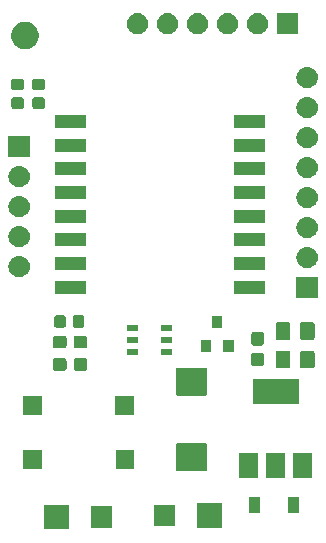
<source format=gbr>
G04 #@! TF.GenerationSoftware,KiCad,Pcbnew,(5.0.2)-1*
G04 #@! TF.CreationDate,2019-04-03T22:00:09+02:00*
G04 #@! TF.ProjectId,holl,686f6c6c-2e6b-4696-9361-645f70636258,rev?*
G04 #@! TF.SameCoordinates,Original*
G04 #@! TF.FileFunction,Soldermask,Top*
G04 #@! TF.FilePolarity,Negative*
%FSLAX46Y46*%
G04 Gerber Fmt 4.6, Leading zero omitted, Abs format (unit mm)*
G04 Created by KiCad (PCBNEW (5.0.2)-1) date 03/04/2019 22:00:09*
%MOMM*%
%LPD*%
G01*
G04 APERTURE LIST*
%ADD10C,0.100000*%
G04 APERTURE END LIST*
D10*
G36*
X92999000Y-111414000D02*
X90897000Y-111414000D01*
X90897000Y-109312000D01*
X92999000Y-109312000D01*
X92999000Y-111414000D01*
X92999000Y-111414000D01*
G37*
G36*
X105953000Y-111287000D02*
X103851000Y-111287000D01*
X103851000Y-109185000D01*
X105953000Y-109185000D01*
X105953000Y-111287000D01*
X105953000Y-111287000D01*
G37*
G36*
X96659000Y-111264000D02*
X94857000Y-111264000D01*
X94857000Y-109462000D01*
X96659000Y-109462000D01*
X96659000Y-111264000D01*
X96659000Y-111264000D01*
G37*
G36*
X101993000Y-111137000D02*
X100191000Y-111137000D01*
X100191000Y-109335000D01*
X101993000Y-109335000D01*
X101993000Y-111137000D01*
X101993000Y-111137000D01*
G37*
G36*
X112514000Y-109998000D02*
X111512000Y-109998000D01*
X111512000Y-108696000D01*
X112514000Y-108696000D01*
X112514000Y-109998000D01*
X112514000Y-109998000D01*
G37*
G36*
X109214000Y-109998000D02*
X108212000Y-109998000D01*
X108212000Y-108696000D01*
X109214000Y-108696000D01*
X109214000Y-109998000D01*
X109214000Y-109998000D01*
G37*
G36*
X113591000Y-107071000D02*
X111989000Y-107071000D01*
X111989000Y-104969000D01*
X113591000Y-104969000D01*
X113591000Y-107071000D01*
X113591000Y-107071000D01*
G37*
G36*
X111291000Y-107071000D02*
X109689000Y-107071000D01*
X109689000Y-104969000D01*
X111291000Y-104969000D01*
X111291000Y-107071000D01*
X111291000Y-107071000D01*
G37*
G36*
X108991000Y-107071000D02*
X107389000Y-107071000D01*
X107389000Y-104969000D01*
X108991000Y-104969000D01*
X108991000Y-107071000D01*
X108991000Y-107071000D01*
G37*
G36*
X104571786Y-104135746D02*
X104602461Y-104145051D01*
X104630732Y-104160163D01*
X104655506Y-104180494D01*
X104675837Y-104205268D01*
X104690949Y-104233539D01*
X104700254Y-104264214D01*
X104704000Y-104302250D01*
X104704000Y-106313750D01*
X104700254Y-106351786D01*
X104690949Y-106382461D01*
X104675837Y-106410732D01*
X104655506Y-106435506D01*
X104630732Y-106455837D01*
X104602461Y-106470949D01*
X104571786Y-106480254D01*
X104533750Y-106484000D01*
X102222250Y-106484000D01*
X102184214Y-106480254D01*
X102153539Y-106470949D01*
X102125268Y-106455837D01*
X102100494Y-106435506D01*
X102080163Y-106410732D01*
X102065051Y-106382461D01*
X102055746Y-106351786D01*
X102052000Y-106313750D01*
X102052000Y-104302250D01*
X102055746Y-104264214D01*
X102065051Y-104233539D01*
X102080163Y-104205268D01*
X102100494Y-104180494D01*
X102125268Y-104160163D01*
X102153539Y-104145051D01*
X102184214Y-104135746D01*
X102222250Y-104132000D01*
X104533750Y-104132000D01*
X104571786Y-104135746D01*
X104571786Y-104135746D01*
G37*
G36*
X98541300Y-106287200D02*
X96939300Y-106287200D01*
X96939300Y-104685200D01*
X98541300Y-104685200D01*
X98541300Y-106287200D01*
X98541300Y-106287200D01*
G37*
G36*
X90741300Y-106287200D02*
X89139300Y-106287200D01*
X89139300Y-104685200D01*
X90741300Y-104685200D01*
X90741300Y-106287200D01*
X90741300Y-106287200D01*
G37*
G36*
X90690500Y-101753300D02*
X89088500Y-101753300D01*
X89088500Y-100151300D01*
X90690500Y-100151300D01*
X90690500Y-101753300D01*
X90690500Y-101753300D01*
G37*
G36*
X98490500Y-101753300D02*
X96888500Y-101753300D01*
X96888500Y-100151300D01*
X98490500Y-100151300D01*
X98490500Y-101753300D01*
X98490500Y-101753300D01*
G37*
G36*
X112441000Y-100771000D02*
X108539000Y-100771000D01*
X108539000Y-98669000D01*
X112441000Y-98669000D01*
X112441000Y-100771000D01*
X112441000Y-100771000D01*
G37*
G36*
X104571786Y-97735746D02*
X104602461Y-97745051D01*
X104630732Y-97760163D01*
X104655506Y-97780494D01*
X104675837Y-97805268D01*
X104690949Y-97833539D01*
X104700254Y-97864214D01*
X104704000Y-97902250D01*
X104704000Y-99913750D01*
X104700254Y-99951786D01*
X104690949Y-99982461D01*
X104675837Y-100010732D01*
X104655506Y-100035506D01*
X104630732Y-100055837D01*
X104602461Y-100070949D01*
X104571786Y-100080254D01*
X104533750Y-100084000D01*
X102222250Y-100084000D01*
X102184214Y-100080254D01*
X102153539Y-100070949D01*
X102125268Y-100055837D01*
X102100494Y-100035506D01*
X102080163Y-100010732D01*
X102065051Y-99982461D01*
X102055746Y-99951786D01*
X102052000Y-99913750D01*
X102052000Y-97902250D01*
X102055746Y-97864214D01*
X102065051Y-97833539D01*
X102080163Y-97805268D01*
X102100494Y-97780494D01*
X102125268Y-97760163D01*
X102153539Y-97745051D01*
X102184214Y-97735746D01*
X102222250Y-97732000D01*
X104533750Y-97732000D01*
X104571786Y-97735746D01*
X104571786Y-97735746D01*
G37*
G36*
X92630499Y-96925545D02*
X92667993Y-96936919D01*
X92702557Y-96955394D01*
X92732847Y-96980253D01*
X92757706Y-97010543D01*
X92776181Y-97045107D01*
X92787555Y-97082601D01*
X92792000Y-97127738D01*
X92792000Y-97766462D01*
X92787555Y-97811599D01*
X92776181Y-97849093D01*
X92757706Y-97883657D01*
X92732847Y-97913947D01*
X92702557Y-97938806D01*
X92667993Y-97957281D01*
X92630499Y-97968655D01*
X92585362Y-97973100D01*
X91846638Y-97973100D01*
X91801501Y-97968655D01*
X91764007Y-97957281D01*
X91729443Y-97938806D01*
X91699153Y-97913947D01*
X91674294Y-97883657D01*
X91655819Y-97849093D01*
X91644445Y-97811599D01*
X91640000Y-97766462D01*
X91640000Y-97127738D01*
X91644445Y-97082601D01*
X91655819Y-97045107D01*
X91674294Y-97010543D01*
X91699153Y-96980253D01*
X91729443Y-96955394D01*
X91764007Y-96936919D01*
X91801501Y-96925545D01*
X91846638Y-96921100D01*
X92585362Y-96921100D01*
X92630499Y-96925545D01*
X92630499Y-96925545D01*
G37*
G36*
X94380499Y-96925545D02*
X94417993Y-96936919D01*
X94452557Y-96955394D01*
X94482847Y-96980253D01*
X94507706Y-97010543D01*
X94526181Y-97045107D01*
X94537555Y-97082601D01*
X94542000Y-97127738D01*
X94542000Y-97766462D01*
X94537555Y-97811599D01*
X94526181Y-97849093D01*
X94507706Y-97883657D01*
X94482847Y-97913947D01*
X94452557Y-97938806D01*
X94417993Y-97957281D01*
X94380499Y-97968655D01*
X94335362Y-97973100D01*
X93596638Y-97973100D01*
X93551501Y-97968655D01*
X93514007Y-97957281D01*
X93479443Y-97938806D01*
X93449153Y-97913947D01*
X93424294Y-97883657D01*
X93405819Y-97849093D01*
X93394445Y-97811599D01*
X93390000Y-97766462D01*
X93390000Y-97127738D01*
X93394445Y-97082601D01*
X93405819Y-97045107D01*
X93424294Y-97010543D01*
X93449153Y-96980253D01*
X93479443Y-96955394D01*
X93514007Y-96936919D01*
X93551501Y-96925545D01*
X93596638Y-96921100D01*
X94335362Y-96921100D01*
X94380499Y-96925545D01*
X94380499Y-96925545D01*
G37*
G36*
X111588677Y-96281465D02*
X111626364Y-96292898D01*
X111661103Y-96311466D01*
X111691548Y-96336452D01*
X111716534Y-96366897D01*
X111735102Y-96401636D01*
X111746535Y-96439323D01*
X111751000Y-96484661D01*
X111751000Y-97571339D01*
X111746535Y-97616677D01*
X111735102Y-97654364D01*
X111716534Y-97689103D01*
X111691548Y-97719548D01*
X111661103Y-97744534D01*
X111626364Y-97763102D01*
X111588677Y-97774535D01*
X111543339Y-97779000D01*
X110706661Y-97779000D01*
X110661323Y-97774535D01*
X110623636Y-97763102D01*
X110588897Y-97744534D01*
X110558452Y-97719548D01*
X110533466Y-97689103D01*
X110514898Y-97654364D01*
X110503465Y-97616677D01*
X110499000Y-97571339D01*
X110499000Y-96484661D01*
X110503465Y-96439323D01*
X110514898Y-96401636D01*
X110533466Y-96366897D01*
X110558452Y-96336452D01*
X110588897Y-96311466D01*
X110623636Y-96292898D01*
X110661323Y-96281465D01*
X110706661Y-96277000D01*
X111543339Y-96277000D01*
X111588677Y-96281465D01*
X111588677Y-96281465D01*
G37*
G36*
X113638677Y-96281465D02*
X113676364Y-96292898D01*
X113711103Y-96311466D01*
X113741548Y-96336452D01*
X113766534Y-96366897D01*
X113785102Y-96401636D01*
X113796535Y-96439323D01*
X113801000Y-96484661D01*
X113801000Y-97571339D01*
X113796535Y-97616677D01*
X113785102Y-97654364D01*
X113766534Y-97689103D01*
X113741548Y-97719548D01*
X113711103Y-97744534D01*
X113676364Y-97763102D01*
X113638677Y-97774535D01*
X113593339Y-97779000D01*
X112756661Y-97779000D01*
X112711323Y-97774535D01*
X112673636Y-97763102D01*
X112638897Y-97744534D01*
X112608452Y-97719548D01*
X112583466Y-97689103D01*
X112564898Y-97654364D01*
X112553465Y-97616677D01*
X112549000Y-97571339D01*
X112549000Y-96484661D01*
X112553465Y-96439323D01*
X112564898Y-96401636D01*
X112583466Y-96366897D01*
X112608452Y-96336452D01*
X112638897Y-96311466D01*
X112673636Y-96292898D01*
X112711323Y-96281465D01*
X112756661Y-96277000D01*
X113593339Y-96277000D01*
X113638677Y-96281465D01*
X113638677Y-96281465D01*
G37*
G36*
X109330499Y-96442445D02*
X109367993Y-96453819D01*
X109402557Y-96472294D01*
X109432847Y-96497153D01*
X109457706Y-96527443D01*
X109476181Y-96562007D01*
X109487555Y-96599501D01*
X109492000Y-96644638D01*
X109492000Y-97383362D01*
X109487555Y-97428499D01*
X109476181Y-97465993D01*
X109457706Y-97500557D01*
X109432847Y-97530847D01*
X109402557Y-97555706D01*
X109367993Y-97574181D01*
X109330499Y-97585555D01*
X109285362Y-97590000D01*
X108646638Y-97590000D01*
X108601501Y-97585555D01*
X108564007Y-97574181D01*
X108529443Y-97555706D01*
X108499153Y-97530847D01*
X108474294Y-97500557D01*
X108455819Y-97465993D01*
X108444445Y-97428499D01*
X108440000Y-97383362D01*
X108440000Y-96644638D01*
X108444445Y-96599501D01*
X108455819Y-96562007D01*
X108474294Y-96527443D01*
X108499153Y-96497153D01*
X108529443Y-96472294D01*
X108564007Y-96453819D01*
X108601501Y-96442445D01*
X108646638Y-96438000D01*
X109285362Y-96438000D01*
X109330499Y-96442445D01*
X109330499Y-96442445D01*
G37*
G36*
X101748000Y-96653000D02*
X100796000Y-96653000D01*
X100796000Y-96101000D01*
X101748000Y-96101000D01*
X101748000Y-96653000D01*
X101748000Y-96653000D01*
G37*
G36*
X98848000Y-96653000D02*
X97896000Y-96653000D01*
X97896000Y-96101000D01*
X98848000Y-96101000D01*
X98848000Y-96653000D01*
X98848000Y-96653000D01*
G37*
G36*
X106938000Y-96370000D02*
X106036000Y-96370000D01*
X106036000Y-95368000D01*
X106938000Y-95368000D01*
X106938000Y-96370000D01*
X106938000Y-96370000D01*
G37*
G36*
X105038000Y-96370000D02*
X104136000Y-96370000D01*
X104136000Y-95368000D01*
X105038000Y-95368000D01*
X105038000Y-96370000D01*
X105038000Y-96370000D01*
G37*
G36*
X94380499Y-95020545D02*
X94417993Y-95031919D01*
X94452557Y-95050394D01*
X94482847Y-95075253D01*
X94507706Y-95105543D01*
X94526181Y-95140107D01*
X94537555Y-95177601D01*
X94542000Y-95222738D01*
X94542000Y-95861462D01*
X94537555Y-95906599D01*
X94526181Y-95944093D01*
X94507706Y-95978657D01*
X94482847Y-96008947D01*
X94452557Y-96033806D01*
X94417993Y-96052281D01*
X94380499Y-96063655D01*
X94335362Y-96068100D01*
X93596638Y-96068100D01*
X93551501Y-96063655D01*
X93514007Y-96052281D01*
X93479443Y-96033806D01*
X93449153Y-96008947D01*
X93424294Y-95978657D01*
X93405819Y-95944093D01*
X93394445Y-95906599D01*
X93390000Y-95861462D01*
X93390000Y-95222738D01*
X93394445Y-95177601D01*
X93405819Y-95140107D01*
X93424294Y-95105543D01*
X93449153Y-95075253D01*
X93479443Y-95050394D01*
X93514007Y-95031919D01*
X93551501Y-95020545D01*
X93596638Y-95016100D01*
X94335362Y-95016100D01*
X94380499Y-95020545D01*
X94380499Y-95020545D01*
G37*
G36*
X92630499Y-95020545D02*
X92667993Y-95031919D01*
X92702557Y-95050394D01*
X92732847Y-95075253D01*
X92757706Y-95105543D01*
X92776181Y-95140107D01*
X92787555Y-95177601D01*
X92792000Y-95222738D01*
X92792000Y-95861462D01*
X92787555Y-95906599D01*
X92776181Y-95944093D01*
X92757706Y-95978657D01*
X92732847Y-96008947D01*
X92702557Y-96033806D01*
X92667993Y-96052281D01*
X92630499Y-96063655D01*
X92585362Y-96068100D01*
X91846638Y-96068100D01*
X91801501Y-96063655D01*
X91764007Y-96052281D01*
X91729443Y-96033806D01*
X91699153Y-96008947D01*
X91674294Y-95978657D01*
X91655819Y-95944093D01*
X91644445Y-95906599D01*
X91640000Y-95861462D01*
X91640000Y-95222738D01*
X91644445Y-95177601D01*
X91655819Y-95140107D01*
X91674294Y-95105543D01*
X91699153Y-95075253D01*
X91729443Y-95050394D01*
X91764007Y-95031919D01*
X91801501Y-95020545D01*
X91846638Y-95016100D01*
X92585362Y-95016100D01*
X92630499Y-95020545D01*
X92630499Y-95020545D01*
G37*
G36*
X109330499Y-94692445D02*
X109367993Y-94703819D01*
X109402557Y-94722294D01*
X109432847Y-94747153D01*
X109457706Y-94777443D01*
X109476181Y-94812007D01*
X109487555Y-94849501D01*
X109492000Y-94894638D01*
X109492000Y-95633362D01*
X109487555Y-95678499D01*
X109476181Y-95715993D01*
X109457706Y-95750557D01*
X109432847Y-95780847D01*
X109402557Y-95805706D01*
X109367993Y-95824181D01*
X109330499Y-95835555D01*
X109285362Y-95840000D01*
X108646638Y-95840000D01*
X108601501Y-95835555D01*
X108564007Y-95824181D01*
X108529443Y-95805706D01*
X108499153Y-95780847D01*
X108474294Y-95750557D01*
X108455819Y-95715993D01*
X108444445Y-95678499D01*
X108440000Y-95633362D01*
X108440000Y-94894638D01*
X108444445Y-94849501D01*
X108455819Y-94812007D01*
X108474294Y-94777443D01*
X108499153Y-94747153D01*
X108529443Y-94722294D01*
X108564007Y-94703819D01*
X108601501Y-94692445D01*
X108646638Y-94688000D01*
X109285362Y-94688000D01*
X109330499Y-94692445D01*
X109330499Y-94692445D01*
G37*
G36*
X98848000Y-95653000D02*
X97896000Y-95653000D01*
X97896000Y-95101000D01*
X98848000Y-95101000D01*
X98848000Y-95653000D01*
X98848000Y-95653000D01*
G37*
G36*
X101748000Y-95653000D02*
X100796000Y-95653000D01*
X100796000Y-95101000D01*
X101748000Y-95101000D01*
X101748000Y-95653000D01*
X101748000Y-95653000D01*
G37*
G36*
X111588677Y-93868465D02*
X111626364Y-93879898D01*
X111661103Y-93898466D01*
X111691548Y-93923452D01*
X111716534Y-93953897D01*
X111735102Y-93988636D01*
X111746535Y-94026323D01*
X111751000Y-94071661D01*
X111751000Y-95158339D01*
X111746535Y-95203677D01*
X111735102Y-95241364D01*
X111716534Y-95276103D01*
X111691548Y-95306548D01*
X111661103Y-95331534D01*
X111626364Y-95350102D01*
X111588677Y-95361535D01*
X111543339Y-95366000D01*
X110706661Y-95366000D01*
X110661323Y-95361535D01*
X110623636Y-95350102D01*
X110588897Y-95331534D01*
X110558452Y-95306548D01*
X110533466Y-95276103D01*
X110514898Y-95241364D01*
X110503465Y-95203677D01*
X110499000Y-95158339D01*
X110499000Y-94071661D01*
X110503465Y-94026323D01*
X110514898Y-93988636D01*
X110533466Y-93953897D01*
X110558452Y-93923452D01*
X110588897Y-93898466D01*
X110623636Y-93879898D01*
X110661323Y-93868465D01*
X110706661Y-93864000D01*
X111543339Y-93864000D01*
X111588677Y-93868465D01*
X111588677Y-93868465D01*
G37*
G36*
X113638677Y-93868465D02*
X113676364Y-93879898D01*
X113711103Y-93898466D01*
X113741548Y-93923452D01*
X113766534Y-93953897D01*
X113785102Y-93988636D01*
X113796535Y-94026323D01*
X113801000Y-94071661D01*
X113801000Y-95158339D01*
X113796535Y-95203677D01*
X113785102Y-95241364D01*
X113766534Y-95276103D01*
X113741548Y-95306548D01*
X113711103Y-95331534D01*
X113676364Y-95350102D01*
X113638677Y-95361535D01*
X113593339Y-95366000D01*
X112756661Y-95366000D01*
X112711323Y-95361535D01*
X112673636Y-95350102D01*
X112638897Y-95331534D01*
X112608452Y-95306548D01*
X112583466Y-95276103D01*
X112564898Y-95241364D01*
X112553465Y-95203677D01*
X112549000Y-95158339D01*
X112549000Y-94071661D01*
X112553465Y-94026323D01*
X112564898Y-93988636D01*
X112583466Y-93953897D01*
X112608452Y-93923452D01*
X112638897Y-93898466D01*
X112673636Y-93879898D01*
X112711323Y-93868465D01*
X112756661Y-93864000D01*
X113593339Y-93864000D01*
X113638677Y-93868465D01*
X113638677Y-93868465D01*
G37*
G36*
X98848000Y-94653000D02*
X97896000Y-94653000D01*
X97896000Y-94101000D01*
X98848000Y-94101000D01*
X98848000Y-94653000D01*
X98848000Y-94653000D01*
G37*
G36*
X101748000Y-94653000D02*
X100796000Y-94653000D01*
X100796000Y-94101000D01*
X101748000Y-94101000D01*
X101748000Y-94653000D01*
X101748000Y-94653000D01*
G37*
G36*
X105988000Y-94370000D02*
X105086000Y-94370000D01*
X105086000Y-93368000D01*
X105988000Y-93368000D01*
X105988000Y-94370000D01*
X105988000Y-94370000D01*
G37*
G36*
X92582091Y-93280285D02*
X92616069Y-93290593D01*
X92647387Y-93307333D01*
X92674839Y-93329861D01*
X92697367Y-93357313D01*
X92714107Y-93388631D01*
X92724415Y-93422609D01*
X92728500Y-93464090D01*
X92728500Y-94140310D01*
X92724415Y-94181791D01*
X92714107Y-94215769D01*
X92697367Y-94247087D01*
X92674839Y-94274539D01*
X92647387Y-94297067D01*
X92616069Y-94313807D01*
X92582091Y-94324115D01*
X92540610Y-94328200D01*
X91939390Y-94328200D01*
X91897909Y-94324115D01*
X91863931Y-94313807D01*
X91832613Y-94297067D01*
X91805161Y-94274539D01*
X91782633Y-94247087D01*
X91765893Y-94215769D01*
X91755585Y-94181791D01*
X91751500Y-94140310D01*
X91751500Y-93464090D01*
X91755585Y-93422609D01*
X91765893Y-93388631D01*
X91782633Y-93357313D01*
X91805161Y-93329861D01*
X91832613Y-93307333D01*
X91863931Y-93290593D01*
X91897909Y-93280285D01*
X91939390Y-93276200D01*
X92540610Y-93276200D01*
X92582091Y-93280285D01*
X92582091Y-93280285D01*
G37*
G36*
X94157091Y-93280285D02*
X94191069Y-93290593D01*
X94222387Y-93307333D01*
X94249839Y-93329861D01*
X94272367Y-93357313D01*
X94289107Y-93388631D01*
X94299415Y-93422609D01*
X94303500Y-93464090D01*
X94303500Y-94140310D01*
X94299415Y-94181791D01*
X94289107Y-94215769D01*
X94272367Y-94247087D01*
X94249839Y-94274539D01*
X94222387Y-94297067D01*
X94191069Y-94313807D01*
X94157091Y-94324115D01*
X94115610Y-94328200D01*
X93514390Y-94328200D01*
X93472909Y-94324115D01*
X93438931Y-94313807D01*
X93407613Y-94297067D01*
X93380161Y-94274539D01*
X93357633Y-94247087D01*
X93340893Y-94215769D01*
X93330585Y-94181791D01*
X93326500Y-94140310D01*
X93326500Y-93464090D01*
X93330585Y-93422609D01*
X93340893Y-93388631D01*
X93357633Y-93357313D01*
X93380161Y-93329861D01*
X93407613Y-93307333D01*
X93438931Y-93290593D01*
X93472909Y-93280285D01*
X93514390Y-93276200D01*
X94115610Y-93276200D01*
X94157091Y-93280285D01*
X94157091Y-93280285D01*
G37*
G36*
X114058000Y-91833000D02*
X112256000Y-91833000D01*
X112256000Y-90031000D01*
X114058000Y-90031000D01*
X114058000Y-91833000D01*
X114058000Y-91833000D01*
G37*
G36*
X109612000Y-91439000D02*
X107010000Y-91439000D01*
X107010000Y-90337000D01*
X109612000Y-90337000D01*
X109612000Y-91439000D01*
X109612000Y-91439000D01*
G37*
G36*
X94412000Y-91439000D02*
X91810000Y-91439000D01*
X91810000Y-90337000D01*
X94412000Y-90337000D01*
X94412000Y-91439000D01*
X94412000Y-91439000D01*
G37*
G36*
X88883443Y-88259519D02*
X88949627Y-88266037D01*
X89062853Y-88300384D01*
X89119467Y-88317557D01*
X89258087Y-88391652D01*
X89275991Y-88401222D01*
X89311729Y-88430552D01*
X89413186Y-88513814D01*
X89496448Y-88615271D01*
X89525778Y-88651009D01*
X89525779Y-88651011D01*
X89609443Y-88807533D01*
X89609443Y-88807534D01*
X89660963Y-88977373D01*
X89678359Y-89154000D01*
X89660963Y-89330627D01*
X89628088Y-89439000D01*
X89609443Y-89500467D01*
X89535348Y-89639087D01*
X89525778Y-89656991D01*
X89496448Y-89692729D01*
X89413186Y-89794186D01*
X89311729Y-89877448D01*
X89275991Y-89906778D01*
X89275989Y-89906779D01*
X89119467Y-89990443D01*
X89062853Y-90007616D01*
X88949627Y-90041963D01*
X88883443Y-90048481D01*
X88817260Y-90055000D01*
X88728740Y-90055000D01*
X88662557Y-90048481D01*
X88596373Y-90041963D01*
X88483147Y-90007616D01*
X88426533Y-89990443D01*
X88270011Y-89906779D01*
X88270009Y-89906778D01*
X88234271Y-89877448D01*
X88132814Y-89794186D01*
X88049552Y-89692729D01*
X88020222Y-89656991D01*
X88010652Y-89639087D01*
X87936557Y-89500467D01*
X87917912Y-89439000D01*
X87885037Y-89330627D01*
X87867641Y-89154000D01*
X87885037Y-88977373D01*
X87936557Y-88807534D01*
X87936557Y-88807533D01*
X88020221Y-88651011D01*
X88020222Y-88651009D01*
X88049552Y-88615271D01*
X88132814Y-88513814D01*
X88234271Y-88430552D01*
X88270009Y-88401222D01*
X88287913Y-88391652D01*
X88426533Y-88317557D01*
X88483147Y-88300384D01*
X88596373Y-88266037D01*
X88662557Y-88259519D01*
X88728740Y-88253000D01*
X88817260Y-88253000D01*
X88883443Y-88259519D01*
X88883443Y-88259519D01*
G37*
G36*
X109612000Y-89439000D02*
X107010000Y-89439000D01*
X107010000Y-88337000D01*
X109612000Y-88337000D01*
X109612000Y-89439000D01*
X109612000Y-89439000D01*
G37*
G36*
X94412000Y-89439000D02*
X91810000Y-89439000D01*
X91810000Y-88337000D01*
X94412000Y-88337000D01*
X94412000Y-89439000D01*
X94412000Y-89439000D01*
G37*
G36*
X113267443Y-87497519D02*
X113333627Y-87504037D01*
X113446853Y-87538384D01*
X113503467Y-87555557D01*
X113642087Y-87629652D01*
X113659991Y-87639222D01*
X113695729Y-87668552D01*
X113797186Y-87751814D01*
X113880448Y-87853271D01*
X113909778Y-87889009D01*
X113909779Y-87889011D01*
X113993443Y-88045533D01*
X113993443Y-88045534D01*
X114044963Y-88215373D01*
X114062359Y-88392000D01*
X114044963Y-88568627D01*
X114019973Y-88651009D01*
X113993443Y-88738467D01*
X113956526Y-88807533D01*
X113909778Y-88894991D01*
X113880448Y-88930729D01*
X113797186Y-89032186D01*
X113695729Y-89115448D01*
X113659991Y-89144778D01*
X113659989Y-89144779D01*
X113503467Y-89228443D01*
X113446853Y-89245616D01*
X113333627Y-89279963D01*
X113267443Y-89286481D01*
X113201260Y-89293000D01*
X113112740Y-89293000D01*
X113046557Y-89286481D01*
X112980373Y-89279963D01*
X112867147Y-89245616D01*
X112810533Y-89228443D01*
X112654011Y-89144779D01*
X112654009Y-89144778D01*
X112618271Y-89115448D01*
X112516814Y-89032186D01*
X112433552Y-88930729D01*
X112404222Y-88894991D01*
X112357474Y-88807533D01*
X112320557Y-88738467D01*
X112294027Y-88651009D01*
X112269037Y-88568627D01*
X112251641Y-88392000D01*
X112269037Y-88215373D01*
X112320557Y-88045534D01*
X112320557Y-88045533D01*
X112404221Y-87889011D01*
X112404222Y-87889009D01*
X112433552Y-87853271D01*
X112516814Y-87751814D01*
X112618271Y-87668552D01*
X112654009Y-87639222D01*
X112671913Y-87629652D01*
X112810533Y-87555557D01*
X112867147Y-87538384D01*
X112980373Y-87504037D01*
X113046557Y-87497519D01*
X113112740Y-87491000D01*
X113201260Y-87491000D01*
X113267443Y-87497519D01*
X113267443Y-87497519D01*
G37*
G36*
X88883443Y-85719519D02*
X88949627Y-85726037D01*
X89062853Y-85760384D01*
X89119467Y-85777557D01*
X89258087Y-85851652D01*
X89275991Y-85861222D01*
X89311729Y-85890552D01*
X89413186Y-85973814D01*
X89496448Y-86075271D01*
X89525778Y-86111009D01*
X89525779Y-86111011D01*
X89609443Y-86267533D01*
X89609443Y-86267534D01*
X89660963Y-86437373D01*
X89678359Y-86614000D01*
X89660963Y-86790627D01*
X89626616Y-86903853D01*
X89609443Y-86960467D01*
X89535348Y-87099087D01*
X89525778Y-87116991D01*
X89496448Y-87152729D01*
X89413186Y-87254186D01*
X89311729Y-87337448D01*
X89275991Y-87366778D01*
X89275989Y-87366779D01*
X89119467Y-87450443D01*
X89062853Y-87467616D01*
X88949627Y-87501963D01*
X88883443Y-87508481D01*
X88817260Y-87515000D01*
X88728740Y-87515000D01*
X88662557Y-87508481D01*
X88596373Y-87501963D01*
X88483147Y-87467616D01*
X88426533Y-87450443D01*
X88270011Y-87366779D01*
X88270009Y-87366778D01*
X88234271Y-87337448D01*
X88132814Y-87254186D01*
X88049552Y-87152729D01*
X88020222Y-87116991D01*
X88010652Y-87099087D01*
X87936557Y-86960467D01*
X87919384Y-86903853D01*
X87885037Y-86790627D01*
X87867641Y-86614000D01*
X87885037Y-86437373D01*
X87936557Y-86267534D01*
X87936557Y-86267533D01*
X88020221Y-86111011D01*
X88020222Y-86111009D01*
X88049552Y-86075271D01*
X88132814Y-85973814D01*
X88234271Y-85890552D01*
X88270009Y-85861222D01*
X88287913Y-85851652D01*
X88426533Y-85777557D01*
X88483147Y-85760384D01*
X88596373Y-85726037D01*
X88662557Y-85719519D01*
X88728740Y-85713000D01*
X88817260Y-85713000D01*
X88883443Y-85719519D01*
X88883443Y-85719519D01*
G37*
G36*
X94412000Y-87439000D02*
X91810000Y-87439000D01*
X91810000Y-86337000D01*
X94412000Y-86337000D01*
X94412000Y-87439000D01*
X94412000Y-87439000D01*
G37*
G36*
X109612000Y-87439000D02*
X107010000Y-87439000D01*
X107010000Y-86337000D01*
X109612000Y-86337000D01*
X109612000Y-87439000D01*
X109612000Y-87439000D01*
G37*
G36*
X113267442Y-84957518D02*
X113333627Y-84964037D01*
X113446853Y-84998384D01*
X113503467Y-85015557D01*
X113642087Y-85089652D01*
X113659991Y-85099222D01*
X113695729Y-85128552D01*
X113797186Y-85211814D01*
X113880448Y-85313271D01*
X113909778Y-85349009D01*
X113909779Y-85349011D01*
X113993443Y-85505533D01*
X113993443Y-85505534D01*
X114044963Y-85675373D01*
X114062359Y-85852000D01*
X114044963Y-86028627D01*
X114019973Y-86111009D01*
X113993443Y-86198467D01*
X113956526Y-86267533D01*
X113909778Y-86354991D01*
X113880448Y-86390729D01*
X113797186Y-86492186D01*
X113695729Y-86575448D01*
X113659991Y-86604778D01*
X113659989Y-86604779D01*
X113503467Y-86688443D01*
X113446853Y-86705616D01*
X113333627Y-86739963D01*
X113267443Y-86746481D01*
X113201260Y-86753000D01*
X113112740Y-86753000D01*
X113046557Y-86746481D01*
X112980373Y-86739963D01*
X112867147Y-86705616D01*
X112810533Y-86688443D01*
X112654011Y-86604779D01*
X112654009Y-86604778D01*
X112618271Y-86575448D01*
X112516814Y-86492186D01*
X112433552Y-86390729D01*
X112404222Y-86354991D01*
X112357474Y-86267533D01*
X112320557Y-86198467D01*
X112294027Y-86111009D01*
X112269037Y-86028627D01*
X112251641Y-85852000D01*
X112269037Y-85675373D01*
X112320557Y-85505534D01*
X112320557Y-85505533D01*
X112404221Y-85349011D01*
X112404222Y-85349009D01*
X112433552Y-85313271D01*
X112516814Y-85211814D01*
X112618271Y-85128552D01*
X112654009Y-85099222D01*
X112671913Y-85089652D01*
X112810533Y-85015557D01*
X112867147Y-84998384D01*
X112980373Y-84964037D01*
X113046558Y-84957518D01*
X113112740Y-84951000D01*
X113201260Y-84951000D01*
X113267442Y-84957518D01*
X113267442Y-84957518D01*
G37*
G36*
X94412000Y-85439000D02*
X91810000Y-85439000D01*
X91810000Y-84337000D01*
X94412000Y-84337000D01*
X94412000Y-85439000D01*
X94412000Y-85439000D01*
G37*
G36*
X109612000Y-85439000D02*
X107010000Y-85439000D01*
X107010000Y-84337000D01*
X109612000Y-84337000D01*
X109612000Y-85439000D01*
X109612000Y-85439000D01*
G37*
G36*
X88883442Y-83179518D02*
X88949627Y-83186037D01*
X89062853Y-83220384D01*
X89119467Y-83237557D01*
X89258087Y-83311652D01*
X89275991Y-83321222D01*
X89311729Y-83350552D01*
X89413186Y-83433814D01*
X89496448Y-83535271D01*
X89525778Y-83571009D01*
X89525779Y-83571011D01*
X89609443Y-83727533D01*
X89609443Y-83727534D01*
X89660963Y-83897373D01*
X89678359Y-84074000D01*
X89660963Y-84250627D01*
X89634762Y-84337000D01*
X89609443Y-84420467D01*
X89535348Y-84559087D01*
X89525778Y-84576991D01*
X89496448Y-84612729D01*
X89413186Y-84714186D01*
X89311729Y-84797448D01*
X89275991Y-84826778D01*
X89275989Y-84826779D01*
X89119467Y-84910443D01*
X89062853Y-84927616D01*
X88949627Y-84961963D01*
X88883442Y-84968482D01*
X88817260Y-84975000D01*
X88728740Y-84975000D01*
X88662558Y-84968482D01*
X88596373Y-84961963D01*
X88483147Y-84927616D01*
X88426533Y-84910443D01*
X88270011Y-84826779D01*
X88270009Y-84826778D01*
X88234271Y-84797448D01*
X88132814Y-84714186D01*
X88049552Y-84612729D01*
X88020222Y-84576991D01*
X88010652Y-84559087D01*
X87936557Y-84420467D01*
X87911238Y-84337000D01*
X87885037Y-84250627D01*
X87867641Y-84074000D01*
X87885037Y-83897373D01*
X87936557Y-83727534D01*
X87936557Y-83727533D01*
X88020221Y-83571011D01*
X88020222Y-83571009D01*
X88049552Y-83535271D01*
X88132814Y-83433814D01*
X88234271Y-83350552D01*
X88270009Y-83321222D01*
X88287913Y-83311652D01*
X88426533Y-83237557D01*
X88483147Y-83220384D01*
X88596373Y-83186037D01*
X88662558Y-83179518D01*
X88728740Y-83173000D01*
X88817260Y-83173000D01*
X88883442Y-83179518D01*
X88883442Y-83179518D01*
G37*
G36*
X113267443Y-82417519D02*
X113333627Y-82424037D01*
X113446853Y-82458384D01*
X113503467Y-82475557D01*
X113642087Y-82549652D01*
X113659991Y-82559222D01*
X113695729Y-82588552D01*
X113797186Y-82671814D01*
X113880448Y-82773271D01*
X113909778Y-82809009D01*
X113909779Y-82809011D01*
X113993443Y-82965533D01*
X113993443Y-82965534D01*
X114044963Y-83135373D01*
X114062359Y-83312000D01*
X114044963Y-83488627D01*
X114019973Y-83571009D01*
X113993443Y-83658467D01*
X113956526Y-83727533D01*
X113909778Y-83814991D01*
X113880448Y-83850729D01*
X113797186Y-83952186D01*
X113695729Y-84035448D01*
X113659991Y-84064778D01*
X113659989Y-84064779D01*
X113503467Y-84148443D01*
X113446853Y-84165616D01*
X113333627Y-84199963D01*
X113267442Y-84206482D01*
X113201260Y-84213000D01*
X113112740Y-84213000D01*
X113046558Y-84206482D01*
X112980373Y-84199963D01*
X112867147Y-84165616D01*
X112810533Y-84148443D01*
X112654011Y-84064779D01*
X112654009Y-84064778D01*
X112618271Y-84035448D01*
X112516814Y-83952186D01*
X112433552Y-83850729D01*
X112404222Y-83814991D01*
X112357474Y-83727533D01*
X112320557Y-83658467D01*
X112294027Y-83571009D01*
X112269037Y-83488627D01*
X112251641Y-83312000D01*
X112269037Y-83135373D01*
X112320557Y-82965534D01*
X112320557Y-82965533D01*
X112404221Y-82809011D01*
X112404222Y-82809009D01*
X112433552Y-82773271D01*
X112516814Y-82671814D01*
X112618271Y-82588552D01*
X112654009Y-82559222D01*
X112671913Y-82549652D01*
X112810533Y-82475557D01*
X112867147Y-82458384D01*
X112980373Y-82424037D01*
X113046557Y-82417519D01*
X113112740Y-82411000D01*
X113201260Y-82411000D01*
X113267443Y-82417519D01*
X113267443Y-82417519D01*
G37*
G36*
X109612000Y-83439000D02*
X107010000Y-83439000D01*
X107010000Y-82337000D01*
X109612000Y-82337000D01*
X109612000Y-83439000D01*
X109612000Y-83439000D01*
G37*
G36*
X94412000Y-83439000D02*
X91810000Y-83439000D01*
X91810000Y-82337000D01*
X94412000Y-82337000D01*
X94412000Y-83439000D01*
X94412000Y-83439000D01*
G37*
G36*
X88883443Y-80639519D02*
X88949627Y-80646037D01*
X89062853Y-80680384D01*
X89119467Y-80697557D01*
X89258087Y-80771652D01*
X89275991Y-80781222D01*
X89311729Y-80810552D01*
X89413186Y-80893814D01*
X89496448Y-80995271D01*
X89525778Y-81031009D01*
X89525779Y-81031011D01*
X89609443Y-81187533D01*
X89609443Y-81187534D01*
X89660963Y-81357373D01*
X89678359Y-81534000D01*
X89660963Y-81710627D01*
X89626616Y-81823853D01*
X89609443Y-81880467D01*
X89535348Y-82019087D01*
X89525778Y-82036991D01*
X89496448Y-82072729D01*
X89413186Y-82174186D01*
X89311729Y-82257448D01*
X89275991Y-82286778D01*
X89275989Y-82286779D01*
X89119467Y-82370443D01*
X89062853Y-82387616D01*
X88949627Y-82421963D01*
X88883443Y-82428481D01*
X88817260Y-82435000D01*
X88728740Y-82435000D01*
X88662557Y-82428481D01*
X88596373Y-82421963D01*
X88483147Y-82387616D01*
X88426533Y-82370443D01*
X88270011Y-82286779D01*
X88270009Y-82286778D01*
X88234271Y-82257448D01*
X88132814Y-82174186D01*
X88049552Y-82072729D01*
X88020222Y-82036991D01*
X88010652Y-82019087D01*
X87936557Y-81880467D01*
X87919384Y-81823853D01*
X87885037Y-81710627D01*
X87867641Y-81534000D01*
X87885037Y-81357373D01*
X87936557Y-81187534D01*
X87936557Y-81187533D01*
X88020221Y-81031011D01*
X88020222Y-81031009D01*
X88049552Y-80995271D01*
X88132814Y-80893814D01*
X88234271Y-80810552D01*
X88270009Y-80781222D01*
X88287913Y-80771652D01*
X88426533Y-80697557D01*
X88483147Y-80680384D01*
X88596373Y-80646037D01*
X88662557Y-80639519D01*
X88728740Y-80633000D01*
X88817260Y-80633000D01*
X88883443Y-80639519D01*
X88883443Y-80639519D01*
G37*
G36*
X113267442Y-79877518D02*
X113333627Y-79884037D01*
X113446853Y-79918384D01*
X113503467Y-79935557D01*
X113642087Y-80009652D01*
X113659991Y-80019222D01*
X113695729Y-80048552D01*
X113797186Y-80131814D01*
X113880448Y-80233271D01*
X113909778Y-80269009D01*
X113909779Y-80269011D01*
X113993443Y-80425533D01*
X113993443Y-80425534D01*
X114044963Y-80595373D01*
X114062359Y-80772000D01*
X114044963Y-80948627D01*
X114019973Y-81031009D01*
X113993443Y-81118467D01*
X113956526Y-81187533D01*
X113909778Y-81274991D01*
X113880448Y-81310729D01*
X113797186Y-81412186D01*
X113695729Y-81495448D01*
X113659991Y-81524778D01*
X113659989Y-81524779D01*
X113503467Y-81608443D01*
X113446853Y-81625616D01*
X113333627Y-81659963D01*
X113267442Y-81666482D01*
X113201260Y-81673000D01*
X113112740Y-81673000D01*
X113046558Y-81666482D01*
X112980373Y-81659963D01*
X112867147Y-81625616D01*
X112810533Y-81608443D01*
X112654011Y-81524779D01*
X112654009Y-81524778D01*
X112618271Y-81495448D01*
X112516814Y-81412186D01*
X112433552Y-81310729D01*
X112404222Y-81274991D01*
X112357474Y-81187533D01*
X112320557Y-81118467D01*
X112294027Y-81031009D01*
X112269037Y-80948627D01*
X112251641Y-80772000D01*
X112269037Y-80595373D01*
X112320557Y-80425534D01*
X112320557Y-80425533D01*
X112404221Y-80269011D01*
X112404222Y-80269009D01*
X112433552Y-80233271D01*
X112516814Y-80131814D01*
X112618271Y-80048552D01*
X112654009Y-80019222D01*
X112671913Y-80009652D01*
X112810533Y-79935557D01*
X112867147Y-79918384D01*
X112980373Y-79884037D01*
X113046558Y-79877518D01*
X113112740Y-79871000D01*
X113201260Y-79871000D01*
X113267442Y-79877518D01*
X113267442Y-79877518D01*
G37*
G36*
X94412000Y-81439000D02*
X91810000Y-81439000D01*
X91810000Y-80337000D01*
X94412000Y-80337000D01*
X94412000Y-81439000D01*
X94412000Y-81439000D01*
G37*
G36*
X109612000Y-81439000D02*
X107010000Y-81439000D01*
X107010000Y-80337000D01*
X109612000Y-80337000D01*
X109612000Y-81439000D01*
X109612000Y-81439000D01*
G37*
G36*
X89674000Y-79895000D02*
X87872000Y-79895000D01*
X87872000Y-78093000D01*
X89674000Y-78093000D01*
X89674000Y-79895000D01*
X89674000Y-79895000D01*
G37*
G36*
X94412000Y-79439000D02*
X91810000Y-79439000D01*
X91810000Y-78337000D01*
X94412000Y-78337000D01*
X94412000Y-79439000D01*
X94412000Y-79439000D01*
G37*
G36*
X109612000Y-79439000D02*
X107010000Y-79439000D01*
X107010000Y-78337000D01*
X109612000Y-78337000D01*
X109612000Y-79439000D01*
X109612000Y-79439000D01*
G37*
G36*
X113267442Y-77337518D02*
X113333627Y-77344037D01*
X113446853Y-77378384D01*
X113503467Y-77395557D01*
X113584742Y-77439000D01*
X113659991Y-77479222D01*
X113695729Y-77508552D01*
X113797186Y-77591814D01*
X113880448Y-77693271D01*
X113909778Y-77729009D01*
X113909779Y-77729011D01*
X113993443Y-77885533D01*
X113993443Y-77885534D01*
X114044963Y-78055373D01*
X114062359Y-78232000D01*
X114044963Y-78408627D01*
X114010616Y-78521853D01*
X113993443Y-78578467D01*
X113919348Y-78717087D01*
X113909778Y-78734991D01*
X113880448Y-78770729D01*
X113797186Y-78872186D01*
X113695729Y-78955448D01*
X113659991Y-78984778D01*
X113659989Y-78984779D01*
X113503467Y-79068443D01*
X113446853Y-79085616D01*
X113333627Y-79119963D01*
X113267442Y-79126482D01*
X113201260Y-79133000D01*
X113112740Y-79133000D01*
X113046558Y-79126482D01*
X112980373Y-79119963D01*
X112867147Y-79085616D01*
X112810533Y-79068443D01*
X112654011Y-78984779D01*
X112654009Y-78984778D01*
X112618271Y-78955448D01*
X112516814Y-78872186D01*
X112433552Y-78770729D01*
X112404222Y-78734991D01*
X112394652Y-78717087D01*
X112320557Y-78578467D01*
X112303384Y-78521853D01*
X112269037Y-78408627D01*
X112251641Y-78232000D01*
X112269037Y-78055373D01*
X112320557Y-77885534D01*
X112320557Y-77885533D01*
X112404221Y-77729011D01*
X112404222Y-77729009D01*
X112433552Y-77693271D01*
X112516814Y-77591814D01*
X112618271Y-77508552D01*
X112654009Y-77479222D01*
X112729258Y-77439000D01*
X112810533Y-77395557D01*
X112867147Y-77378384D01*
X112980373Y-77344037D01*
X113046558Y-77337518D01*
X113112740Y-77331000D01*
X113201260Y-77331000D01*
X113267442Y-77337518D01*
X113267442Y-77337518D01*
G37*
G36*
X109612000Y-77439000D02*
X107010000Y-77439000D01*
X107010000Y-76337000D01*
X109612000Y-76337000D01*
X109612000Y-77439000D01*
X109612000Y-77439000D01*
G37*
G36*
X94412000Y-77439000D02*
X91810000Y-77439000D01*
X91810000Y-76337000D01*
X94412000Y-76337000D01*
X94412000Y-77439000D01*
X94412000Y-77439000D01*
G37*
G36*
X113267442Y-74797518D02*
X113333627Y-74804037D01*
X113409962Y-74827193D01*
X113503467Y-74855557D01*
X113593372Y-74903613D01*
X113659991Y-74939222D01*
X113695729Y-74968552D01*
X113797186Y-75051814D01*
X113880448Y-75153271D01*
X113909778Y-75189009D01*
X113909779Y-75189011D01*
X113993443Y-75345533D01*
X113993443Y-75345534D01*
X114044963Y-75515373D01*
X114062359Y-75692000D01*
X114044963Y-75868627D01*
X114010616Y-75981853D01*
X113993443Y-76038467D01*
X113919348Y-76177087D01*
X113909778Y-76194991D01*
X113880448Y-76230729D01*
X113797186Y-76332186D01*
X113695729Y-76415448D01*
X113659991Y-76444778D01*
X113659989Y-76444779D01*
X113503467Y-76528443D01*
X113446853Y-76545616D01*
X113333627Y-76579963D01*
X113267443Y-76586481D01*
X113201260Y-76593000D01*
X113112740Y-76593000D01*
X113046557Y-76586481D01*
X112980373Y-76579963D01*
X112867147Y-76545616D01*
X112810533Y-76528443D01*
X112654011Y-76444779D01*
X112654009Y-76444778D01*
X112618271Y-76415448D01*
X112516814Y-76332186D01*
X112433552Y-76230729D01*
X112404222Y-76194991D01*
X112394652Y-76177087D01*
X112320557Y-76038467D01*
X112303384Y-75981853D01*
X112269037Y-75868627D01*
X112251641Y-75692000D01*
X112269037Y-75515373D01*
X112320557Y-75345534D01*
X112320557Y-75345533D01*
X112404221Y-75189011D01*
X112404222Y-75189009D01*
X112433552Y-75153271D01*
X112516814Y-75051814D01*
X112618271Y-74968552D01*
X112654009Y-74939222D01*
X112720628Y-74903613D01*
X112810533Y-74855557D01*
X112904038Y-74827193D01*
X112980373Y-74804037D01*
X113046558Y-74797518D01*
X113112740Y-74791000D01*
X113201260Y-74791000D01*
X113267442Y-74797518D01*
X113267442Y-74797518D01*
G37*
G36*
X90803591Y-74826585D02*
X90837569Y-74836893D01*
X90868887Y-74853633D01*
X90896339Y-74876161D01*
X90918867Y-74903613D01*
X90935607Y-74934931D01*
X90945915Y-74968909D01*
X90950000Y-75010390D01*
X90950000Y-75611610D01*
X90945915Y-75653091D01*
X90935607Y-75687069D01*
X90918867Y-75718387D01*
X90896339Y-75745839D01*
X90868887Y-75768367D01*
X90837569Y-75785107D01*
X90803591Y-75795415D01*
X90762110Y-75799500D01*
X90085890Y-75799500D01*
X90044409Y-75795415D01*
X90010431Y-75785107D01*
X89979113Y-75768367D01*
X89951661Y-75745839D01*
X89929133Y-75718387D01*
X89912393Y-75687069D01*
X89902085Y-75653091D01*
X89898000Y-75611610D01*
X89898000Y-75010390D01*
X89902085Y-74968909D01*
X89912393Y-74934931D01*
X89929133Y-74903613D01*
X89951661Y-74876161D01*
X89979113Y-74853633D01*
X90010431Y-74836893D01*
X90044409Y-74826585D01*
X90085890Y-74822500D01*
X90762110Y-74822500D01*
X90803591Y-74826585D01*
X90803591Y-74826585D01*
G37*
G36*
X89025591Y-74826585D02*
X89059569Y-74836893D01*
X89090887Y-74853633D01*
X89118339Y-74876161D01*
X89140867Y-74903613D01*
X89157607Y-74934931D01*
X89167915Y-74968909D01*
X89172000Y-75010390D01*
X89172000Y-75611610D01*
X89167915Y-75653091D01*
X89157607Y-75687069D01*
X89140867Y-75718387D01*
X89118339Y-75745839D01*
X89090887Y-75768367D01*
X89059569Y-75785107D01*
X89025591Y-75795415D01*
X88984110Y-75799500D01*
X88307890Y-75799500D01*
X88266409Y-75795415D01*
X88232431Y-75785107D01*
X88201113Y-75768367D01*
X88173661Y-75745839D01*
X88151133Y-75718387D01*
X88134393Y-75687069D01*
X88124085Y-75653091D01*
X88120000Y-75611610D01*
X88120000Y-75010390D01*
X88124085Y-74968909D01*
X88134393Y-74934931D01*
X88151133Y-74903613D01*
X88173661Y-74876161D01*
X88201113Y-74853633D01*
X88232431Y-74836893D01*
X88266409Y-74826585D01*
X88307890Y-74822500D01*
X88984110Y-74822500D01*
X89025591Y-74826585D01*
X89025591Y-74826585D01*
G37*
G36*
X89025591Y-73251585D02*
X89059569Y-73261893D01*
X89090887Y-73278633D01*
X89118339Y-73301161D01*
X89140867Y-73328613D01*
X89157607Y-73359931D01*
X89167915Y-73393909D01*
X89172000Y-73435390D01*
X89172000Y-74036610D01*
X89167915Y-74078091D01*
X89157607Y-74112069D01*
X89140867Y-74143387D01*
X89118339Y-74170839D01*
X89090887Y-74193367D01*
X89059569Y-74210107D01*
X89025591Y-74220415D01*
X88984110Y-74224500D01*
X88307890Y-74224500D01*
X88266409Y-74220415D01*
X88232431Y-74210107D01*
X88201113Y-74193367D01*
X88173661Y-74170839D01*
X88151133Y-74143387D01*
X88134393Y-74112069D01*
X88124085Y-74078091D01*
X88120000Y-74036610D01*
X88120000Y-73435390D01*
X88124085Y-73393909D01*
X88134393Y-73359931D01*
X88151133Y-73328613D01*
X88173661Y-73301161D01*
X88201113Y-73278633D01*
X88232431Y-73261893D01*
X88266409Y-73251585D01*
X88307890Y-73247500D01*
X88984110Y-73247500D01*
X89025591Y-73251585D01*
X89025591Y-73251585D01*
G37*
G36*
X90803591Y-73251585D02*
X90837569Y-73261893D01*
X90868887Y-73278633D01*
X90896339Y-73301161D01*
X90918867Y-73328613D01*
X90935607Y-73359931D01*
X90945915Y-73393909D01*
X90950000Y-73435390D01*
X90950000Y-74036610D01*
X90945915Y-74078091D01*
X90935607Y-74112069D01*
X90918867Y-74143387D01*
X90896339Y-74170839D01*
X90868887Y-74193367D01*
X90837569Y-74210107D01*
X90803591Y-74220415D01*
X90762110Y-74224500D01*
X90085890Y-74224500D01*
X90044409Y-74220415D01*
X90010431Y-74210107D01*
X89979113Y-74193367D01*
X89951661Y-74170839D01*
X89929133Y-74143387D01*
X89912393Y-74112069D01*
X89902085Y-74078091D01*
X89898000Y-74036610D01*
X89898000Y-73435390D01*
X89902085Y-73393909D01*
X89912393Y-73359931D01*
X89929133Y-73328613D01*
X89951661Y-73301161D01*
X89979113Y-73278633D01*
X90010431Y-73261893D01*
X90044409Y-73251585D01*
X90085890Y-73247500D01*
X90762110Y-73247500D01*
X90803591Y-73251585D01*
X90803591Y-73251585D01*
G37*
G36*
X113267443Y-72257519D02*
X113333627Y-72264037D01*
X113446853Y-72298384D01*
X113503467Y-72315557D01*
X113642087Y-72389652D01*
X113659991Y-72399222D01*
X113695729Y-72428552D01*
X113797186Y-72511814D01*
X113880448Y-72613271D01*
X113909778Y-72649009D01*
X113909779Y-72649011D01*
X113993443Y-72805533D01*
X113993443Y-72805534D01*
X114044963Y-72975373D01*
X114062359Y-73152000D01*
X114044963Y-73328627D01*
X114035467Y-73359931D01*
X113993443Y-73498467D01*
X113919348Y-73637087D01*
X113909778Y-73654991D01*
X113880448Y-73690729D01*
X113797186Y-73792186D01*
X113695729Y-73875448D01*
X113659991Y-73904778D01*
X113659989Y-73904779D01*
X113503467Y-73988443D01*
X113446853Y-74005616D01*
X113333627Y-74039963D01*
X113267442Y-74046482D01*
X113201260Y-74053000D01*
X113112740Y-74053000D01*
X113046558Y-74046482D01*
X112980373Y-74039963D01*
X112867147Y-74005616D01*
X112810533Y-73988443D01*
X112654011Y-73904779D01*
X112654009Y-73904778D01*
X112618271Y-73875448D01*
X112516814Y-73792186D01*
X112433552Y-73690729D01*
X112404222Y-73654991D01*
X112394652Y-73637087D01*
X112320557Y-73498467D01*
X112278533Y-73359931D01*
X112269037Y-73328627D01*
X112251641Y-73152000D01*
X112269037Y-72975373D01*
X112320557Y-72805534D01*
X112320557Y-72805533D01*
X112404221Y-72649011D01*
X112404222Y-72649009D01*
X112433552Y-72613271D01*
X112516814Y-72511814D01*
X112618271Y-72428552D01*
X112654009Y-72399222D01*
X112671913Y-72389652D01*
X112810533Y-72315557D01*
X112867147Y-72298384D01*
X112980373Y-72264037D01*
X113046557Y-72257519D01*
X113112740Y-72251000D01*
X113201260Y-72251000D01*
X113267443Y-72257519D01*
X113267443Y-72257519D01*
G37*
G36*
X89616734Y-68489232D02*
X89826202Y-68575996D01*
X90014723Y-68701962D01*
X90175038Y-68862277D01*
X90301004Y-69050798D01*
X90387768Y-69260266D01*
X90432000Y-69482635D01*
X90432000Y-69709365D01*
X90387768Y-69931734D01*
X90301004Y-70141202D01*
X90175038Y-70329723D01*
X90014723Y-70490038D01*
X89826202Y-70616004D01*
X89616734Y-70702768D01*
X89394365Y-70747000D01*
X89167635Y-70747000D01*
X88945266Y-70702768D01*
X88735798Y-70616004D01*
X88547277Y-70490038D01*
X88386962Y-70329723D01*
X88260996Y-70141202D01*
X88174232Y-69931734D01*
X88130000Y-69709365D01*
X88130000Y-69482635D01*
X88174232Y-69260266D01*
X88260996Y-69050798D01*
X88386962Y-68862277D01*
X88547277Y-68701962D01*
X88735798Y-68575996D01*
X88945266Y-68489232D01*
X89167635Y-68445000D01*
X89394365Y-68445000D01*
X89616734Y-68489232D01*
X89616734Y-68489232D01*
G37*
G36*
X98916443Y-67685519D02*
X98982627Y-67692037D01*
X99095853Y-67726384D01*
X99152467Y-67743557D01*
X99291087Y-67817652D01*
X99308991Y-67827222D01*
X99344729Y-67856552D01*
X99446186Y-67939814D01*
X99529448Y-68041271D01*
X99558778Y-68077009D01*
X99558779Y-68077011D01*
X99642443Y-68233533D01*
X99642443Y-68233534D01*
X99693963Y-68403373D01*
X99711359Y-68580000D01*
X99693963Y-68756627D01*
X99661914Y-68862277D01*
X99642443Y-68926467D01*
X99575986Y-69050797D01*
X99558778Y-69082991D01*
X99529448Y-69118729D01*
X99446186Y-69220186D01*
X99344729Y-69303448D01*
X99308991Y-69332778D01*
X99308989Y-69332779D01*
X99152467Y-69416443D01*
X99095853Y-69433616D01*
X98982627Y-69467963D01*
X98916442Y-69474482D01*
X98850260Y-69481000D01*
X98761740Y-69481000D01*
X98695558Y-69474482D01*
X98629373Y-69467963D01*
X98516147Y-69433616D01*
X98459533Y-69416443D01*
X98303011Y-69332779D01*
X98303009Y-69332778D01*
X98267271Y-69303448D01*
X98165814Y-69220186D01*
X98082552Y-69118729D01*
X98053222Y-69082991D01*
X98036014Y-69050797D01*
X97969557Y-68926467D01*
X97950086Y-68862277D01*
X97918037Y-68756627D01*
X97900641Y-68580000D01*
X97918037Y-68403373D01*
X97969557Y-68233534D01*
X97969557Y-68233533D01*
X98053221Y-68077011D01*
X98053222Y-68077009D01*
X98082552Y-68041271D01*
X98165814Y-67939814D01*
X98267271Y-67856552D01*
X98303009Y-67827222D01*
X98320913Y-67817652D01*
X98459533Y-67743557D01*
X98516147Y-67726384D01*
X98629373Y-67692037D01*
X98695557Y-67685519D01*
X98761740Y-67679000D01*
X98850260Y-67679000D01*
X98916443Y-67685519D01*
X98916443Y-67685519D01*
G37*
G36*
X112407000Y-69481000D02*
X110605000Y-69481000D01*
X110605000Y-67679000D01*
X112407000Y-67679000D01*
X112407000Y-69481000D01*
X112407000Y-69481000D01*
G37*
G36*
X101456443Y-67685519D02*
X101522627Y-67692037D01*
X101635853Y-67726384D01*
X101692467Y-67743557D01*
X101831087Y-67817652D01*
X101848991Y-67827222D01*
X101884729Y-67856552D01*
X101986186Y-67939814D01*
X102069448Y-68041271D01*
X102098778Y-68077009D01*
X102098779Y-68077011D01*
X102182443Y-68233533D01*
X102182443Y-68233534D01*
X102233963Y-68403373D01*
X102251359Y-68580000D01*
X102233963Y-68756627D01*
X102201914Y-68862277D01*
X102182443Y-68926467D01*
X102115986Y-69050797D01*
X102098778Y-69082991D01*
X102069448Y-69118729D01*
X101986186Y-69220186D01*
X101884729Y-69303448D01*
X101848991Y-69332778D01*
X101848989Y-69332779D01*
X101692467Y-69416443D01*
X101635853Y-69433616D01*
X101522627Y-69467963D01*
X101456442Y-69474482D01*
X101390260Y-69481000D01*
X101301740Y-69481000D01*
X101235558Y-69474482D01*
X101169373Y-69467963D01*
X101056147Y-69433616D01*
X100999533Y-69416443D01*
X100843011Y-69332779D01*
X100843009Y-69332778D01*
X100807271Y-69303448D01*
X100705814Y-69220186D01*
X100622552Y-69118729D01*
X100593222Y-69082991D01*
X100576014Y-69050797D01*
X100509557Y-68926467D01*
X100490086Y-68862277D01*
X100458037Y-68756627D01*
X100440641Y-68580000D01*
X100458037Y-68403373D01*
X100509557Y-68233534D01*
X100509557Y-68233533D01*
X100593221Y-68077011D01*
X100593222Y-68077009D01*
X100622552Y-68041271D01*
X100705814Y-67939814D01*
X100807271Y-67856552D01*
X100843009Y-67827222D01*
X100860913Y-67817652D01*
X100999533Y-67743557D01*
X101056147Y-67726384D01*
X101169373Y-67692037D01*
X101235557Y-67685519D01*
X101301740Y-67679000D01*
X101390260Y-67679000D01*
X101456443Y-67685519D01*
X101456443Y-67685519D01*
G37*
G36*
X103996443Y-67685519D02*
X104062627Y-67692037D01*
X104175853Y-67726384D01*
X104232467Y-67743557D01*
X104371087Y-67817652D01*
X104388991Y-67827222D01*
X104424729Y-67856552D01*
X104526186Y-67939814D01*
X104609448Y-68041271D01*
X104638778Y-68077009D01*
X104638779Y-68077011D01*
X104722443Y-68233533D01*
X104722443Y-68233534D01*
X104773963Y-68403373D01*
X104791359Y-68580000D01*
X104773963Y-68756627D01*
X104741914Y-68862277D01*
X104722443Y-68926467D01*
X104655986Y-69050797D01*
X104638778Y-69082991D01*
X104609448Y-69118729D01*
X104526186Y-69220186D01*
X104424729Y-69303448D01*
X104388991Y-69332778D01*
X104388989Y-69332779D01*
X104232467Y-69416443D01*
X104175853Y-69433616D01*
X104062627Y-69467963D01*
X103996442Y-69474482D01*
X103930260Y-69481000D01*
X103841740Y-69481000D01*
X103775558Y-69474482D01*
X103709373Y-69467963D01*
X103596147Y-69433616D01*
X103539533Y-69416443D01*
X103383011Y-69332779D01*
X103383009Y-69332778D01*
X103347271Y-69303448D01*
X103245814Y-69220186D01*
X103162552Y-69118729D01*
X103133222Y-69082991D01*
X103116014Y-69050797D01*
X103049557Y-68926467D01*
X103030086Y-68862277D01*
X102998037Y-68756627D01*
X102980641Y-68580000D01*
X102998037Y-68403373D01*
X103049557Y-68233534D01*
X103049557Y-68233533D01*
X103133221Y-68077011D01*
X103133222Y-68077009D01*
X103162552Y-68041271D01*
X103245814Y-67939814D01*
X103347271Y-67856552D01*
X103383009Y-67827222D01*
X103400913Y-67817652D01*
X103539533Y-67743557D01*
X103596147Y-67726384D01*
X103709373Y-67692037D01*
X103775557Y-67685519D01*
X103841740Y-67679000D01*
X103930260Y-67679000D01*
X103996443Y-67685519D01*
X103996443Y-67685519D01*
G37*
G36*
X106536443Y-67685519D02*
X106602627Y-67692037D01*
X106715853Y-67726384D01*
X106772467Y-67743557D01*
X106911087Y-67817652D01*
X106928991Y-67827222D01*
X106964729Y-67856552D01*
X107066186Y-67939814D01*
X107149448Y-68041271D01*
X107178778Y-68077009D01*
X107178779Y-68077011D01*
X107262443Y-68233533D01*
X107262443Y-68233534D01*
X107313963Y-68403373D01*
X107331359Y-68580000D01*
X107313963Y-68756627D01*
X107281914Y-68862277D01*
X107262443Y-68926467D01*
X107195986Y-69050797D01*
X107178778Y-69082991D01*
X107149448Y-69118729D01*
X107066186Y-69220186D01*
X106964729Y-69303448D01*
X106928991Y-69332778D01*
X106928989Y-69332779D01*
X106772467Y-69416443D01*
X106715853Y-69433616D01*
X106602627Y-69467963D01*
X106536442Y-69474482D01*
X106470260Y-69481000D01*
X106381740Y-69481000D01*
X106315558Y-69474482D01*
X106249373Y-69467963D01*
X106136147Y-69433616D01*
X106079533Y-69416443D01*
X105923011Y-69332779D01*
X105923009Y-69332778D01*
X105887271Y-69303448D01*
X105785814Y-69220186D01*
X105702552Y-69118729D01*
X105673222Y-69082991D01*
X105656014Y-69050797D01*
X105589557Y-68926467D01*
X105570086Y-68862277D01*
X105538037Y-68756627D01*
X105520641Y-68580000D01*
X105538037Y-68403373D01*
X105589557Y-68233534D01*
X105589557Y-68233533D01*
X105673221Y-68077011D01*
X105673222Y-68077009D01*
X105702552Y-68041271D01*
X105785814Y-67939814D01*
X105887271Y-67856552D01*
X105923009Y-67827222D01*
X105940913Y-67817652D01*
X106079533Y-67743557D01*
X106136147Y-67726384D01*
X106249373Y-67692037D01*
X106315557Y-67685519D01*
X106381740Y-67679000D01*
X106470260Y-67679000D01*
X106536443Y-67685519D01*
X106536443Y-67685519D01*
G37*
G36*
X109076443Y-67685519D02*
X109142627Y-67692037D01*
X109255853Y-67726384D01*
X109312467Y-67743557D01*
X109451087Y-67817652D01*
X109468991Y-67827222D01*
X109504729Y-67856552D01*
X109606186Y-67939814D01*
X109689448Y-68041271D01*
X109718778Y-68077009D01*
X109718779Y-68077011D01*
X109802443Y-68233533D01*
X109802443Y-68233534D01*
X109853963Y-68403373D01*
X109871359Y-68580000D01*
X109853963Y-68756627D01*
X109821914Y-68862277D01*
X109802443Y-68926467D01*
X109735986Y-69050797D01*
X109718778Y-69082991D01*
X109689448Y-69118729D01*
X109606186Y-69220186D01*
X109504729Y-69303448D01*
X109468991Y-69332778D01*
X109468989Y-69332779D01*
X109312467Y-69416443D01*
X109255853Y-69433616D01*
X109142627Y-69467963D01*
X109076442Y-69474482D01*
X109010260Y-69481000D01*
X108921740Y-69481000D01*
X108855558Y-69474482D01*
X108789373Y-69467963D01*
X108676147Y-69433616D01*
X108619533Y-69416443D01*
X108463011Y-69332779D01*
X108463009Y-69332778D01*
X108427271Y-69303448D01*
X108325814Y-69220186D01*
X108242552Y-69118729D01*
X108213222Y-69082991D01*
X108196014Y-69050797D01*
X108129557Y-68926467D01*
X108110086Y-68862277D01*
X108078037Y-68756627D01*
X108060641Y-68580000D01*
X108078037Y-68403373D01*
X108129557Y-68233534D01*
X108129557Y-68233533D01*
X108213221Y-68077011D01*
X108213222Y-68077009D01*
X108242552Y-68041271D01*
X108325814Y-67939814D01*
X108427271Y-67856552D01*
X108463009Y-67827222D01*
X108480913Y-67817652D01*
X108619533Y-67743557D01*
X108676147Y-67726384D01*
X108789373Y-67692037D01*
X108855557Y-67685519D01*
X108921740Y-67679000D01*
X109010260Y-67679000D01*
X109076443Y-67685519D01*
X109076443Y-67685519D01*
G37*
M02*

</source>
